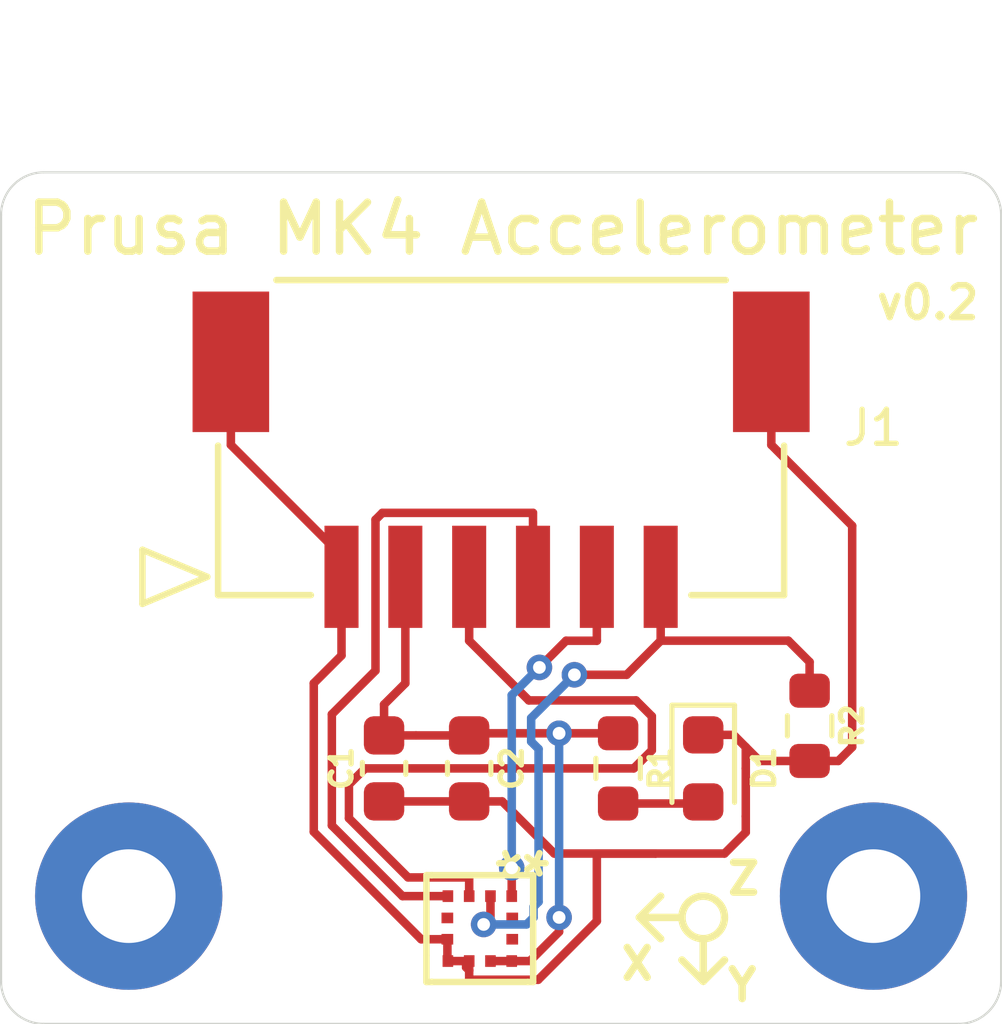
<source format=kicad_pcb>
(kicad_pcb (version 20240108) (generator "pcbnew") (generator_version "8.0")
  (layers (0 "F.Cu" signal) (31 "B.Cu" signal) (34 "B.Paste" user) (35 "F.Paste" user) (36 "B.SilkS" user "B.Silkscreen") (37 "F.SilkS" user "F.Silkscreen") (38 "B.Mask" user) (39 "F.Mask" user) (44 "Edge.Cuts" user))
  (net 0 "")
  (net 4 "VCC")
  (net 5 "GND")
  (net 6 "Net-(D1-A)")
  (net 7 "/SDO")
  (net 8 "/SCL")
  (net 9 "/SDA")
  (net 10 "/CS")
  (footprint "STMicroelectronics:LGA-12_STM" (layer "F.Cu") (at 135.75 103.2625 -90)
    (property "Reference" "U1" (hide yes))
    (property "Value" "LIS2DH12TR" (hide yes))
    (fp_line (start -1.254311 1.254551) (end -1.254311 1.129551) (stroke (width 0.1524)) (layer "F.SilkS"))
    (fp_line (start -0.629311 1.254551) (end -1.254311 1.254551) (stroke (width 0.1524)) (layer "F.SilkS"))
    (fp_line (start 0.628689 1.254551) (end -0.629311 1.254551) (stroke (width 0.1524)) (layer "F.SilkS"))
    (fp_line (start 1.253689 1.254551) (end 0.628689 1.254551) (stroke (width 0.1524)) (layer "F.SilkS"))
    (fp_line (start -1.254311 1.129551) (end -1.254311 -1.128449) (stroke (width 0.1524)) (layer "F.SilkS"))
    (fp_line (start 1.253689 1.129551) (end 1.253689 1.254551) (stroke (width 0.1524)) (layer "F.SilkS"))
    (fp_line (start 1.253689 1.129551) (end 1.253689 1.129551) (stroke (width 0.1524)) (layer "F.SilkS"))
    (fp_line (start -1.254311 -1.128449) (end -1.254311 -1.253449) (stroke (width 0.1524)) (layer "F.SilkS"))
    (fp_line (start 1.253689 -1.128449) (end 1.253689 1.129551) (stroke (width 0.1524)) (layer "F.SilkS"))
    (fp_line (start -1.254311 -1.253449) (end -0.629311 -1.253449) (stroke (width 0.1524)) (layer "F.SilkS"))
    (fp_line (start -0.629311 -1.253449) (end 0.628689 -1.253449) (stroke (width 0.1524)) (layer "F.SilkS"))
    (fp_line (start 0.628689 -1.253449) (end 1.253689 -1.253449) (stroke (width 0.1524)) (layer "F.SilkS"))
    (fp_line (start 1.253689 -1.253449) (end 1.253689 -1.128449) (stroke (width 0.1524)) (layer "F.SilkS"))
    (fp_text user "*" (at -1.535 -1 -90) (layer "F.SilkS"))
    (fp_text user "*" (at -1.535 -1 90) (layer "F.SilkS"))
    (pad "1" smd rect (at -0.7625 -0.750001) (size 0.25 0.275) (layers "F.Cu" "F.Paste" "F.Mask") (net 8 "/SCL"))
    (pad "2" smd rect (at -0.7625 -0.25) (size 0.25 0.275) (layers "F.Cu" "F.Paste" "F.Mask") (net 10 "/CS"))
    (pad "3" smd rect (at -0.7625 0.25) (size 0.25 0.275) (layers "F.Cu" "F.Paste" "F.Mask") (net 7 "/SDO"))
    (pad "4" smd rect (at -0.7625 0.750001) (size 0.25 0.275) (layers "F.Cu" "F.Paste" "F.Mask") (net 9 "/SDA"))
    (pad "5" smd rect (at -0.25 0.7625 270) (size 0.25 0.275) (layers "F.Cu" "F.Paste" "F.Mask"))
    (pad "6" smd rect (at 0.25 0.7625 270) (size 0.25 0.275) (layers "F.Cu" "F.Paste" "F.Mask") (net 5 "GND"))
    (pad "7" smd rect (at 0.7625 0.750001) (size 0.25 0.275) (layers "F.Cu" "F.Paste" "F.Mask") (net 5 "GND"))
    (pad "8" smd rect (at 0.7625 0.25) (size 0.25 0.275) (layers "F.Cu" "F.Paste" "F.Mask") (net 5 "GND"))
    (pad "9" smd rect (at 0.7625 -0.25) (size 0.25 0.275) (layers "F.Cu" "F.Paste" "F.Mask") (net 4 "VCC"))
    (pad "10" smd rect (at 0.7625 -0.750001) (size 0.25 0.275) (layers "F.Cu" "F.Paste" "F.Mask") (net 4 "VCC"))
    (pad "11" smd rect (at 0.25 -0.7625 270) (size 0.25 0.275) (layers "F.Cu" "F.Paste" "F.Mask"))
    (pad "12" smd rect (at -0.25 -0.7625 270) (size 0.25 0.275) (layers "F.Cu" "F.Paste" "F.Mask"))
  )
  (footprint "Molex_5025840670:CON_5025840670_MOL" (layer "F.Cu") (at 132.5 95)
    (property "Reference" "J1" (at 12.5 -3.5 0) (layer "F.SilkS") (effects (font (size 0.8 0.8) (thickness 0.125))))
    (property "Value" "5025840670" (hide yes))
    (fp_line (start -4.677987 -0.635) (end -4.677987 0.635) (stroke (width 0.1524)) (layer "F.SilkS"))
    (fp_line (start -4.677987 0.635) (end -3.153987 0) (stroke (width 0.1524)) (layer "F.SilkS"))
    (fp_line (start -3.153987 0) (end -4.677987 -0.635) (stroke (width 0.1524)) (layer "F.SilkS"))
    (fp_line (start -2.899987 -3.079962) (end -2.899987 0.43) (stroke (width 0.1524)) (layer "F.SilkS"))
    (fp_line (start -2.899987 0.43) (end -0.72004 0.43) (stroke (width 0.1524)) (layer "F.SilkS"))
    (fp_line (start 8.22004 0.43) (end 10.399987 0.43) (stroke (width 0.1524)) (layer "F.SilkS"))
    (fp_line (start 9.028162 -6.970001) (end -1.528161 -6.970001) (stroke (width 0.1524)) (layer "F.SilkS"))
    (fp_line (start 10.399987 0.43) (end 10.399987 -3.079962) (stroke (width 0.1524)) (layer "F.SilkS"))
    (pad "1" smd rect (at 0 0) (size 0.8 2.4) (layers "F.Cu" "F.Paste" "F.Mask") (net 5 "GND"))
    (pad "2" smd rect (at 1.5 0) (size 0.8 2.4) (layers "F.Cu" "F.Paste" "F.Mask") (net 4 "VCC"))
    (pad "3" smd rect (at 2.999999 0) (size 0.8 2.4) (layers "F.Cu" "F.Paste" "F.Mask") (net 7 "/SDO"))
    (pad "4" smd rect (at 4.500001 0) (size 0.8 2.4) (layers "F.Cu" "F.Paste" "F.Mask") (net 9 "/SDA"))
    (pad "5" smd rect (at 6.000001 0) (size 0.8 2.4) (layers "F.Cu" "F.Paste" "F.Mask") (net 8 "/SCL"))
    (pad "6" smd rect (at 7.5 0) (size 0.8 2.4) (layers "F.Cu" "F.Paste" "F.Mask") (net 10 "/CS"))
    (pad "7" smd rect (at -2.599995 -5.050003) (size 1.8 3.300001) (layers "F.Cu" "F.Paste" "F.Mask") (net 5 "GND"))
    (pad "8" smd rect (at 10.099995 -5.050003) (size 1.8 3.300001) (layers "F.Cu" "F.Paste" "F.Mask") (net 5 "GND"))
  )
  (footprint "Capacitor_SMD:C_0603_1608Metric" (layer "F.Cu") (at 133.5 99.5 90)
    (property "Reference" "C1" (at 0 -1 -90) (layer "F.SilkS") (effects (font (size 0.5 0.5) (thickness 0.125))))
    (property "Value" "100nF" (hide yes))
    (fp_line (start -0.14058 -0.51) (end 0.14058 -0.51) (stroke (width 0.12)) (layer "F.SilkS"))
    (fp_line (start -0.14058 0.51) (end 0.14058 0.51) (stroke (width 0.12)) (layer "F.SilkS"))
    (pad "1" smd roundrect (at -0.775 0 90) (size 0.9 0.95) (layers "F.Cu" "F.Paste" "F.Mask") (net 5 "GND"))
    (pad "2" smd roundrect (at 0.775 0 90) (size 0.9 0.95) (layers "F.Cu" "F.Paste" "F.Mask") (net 4 "VCC"))
  )
  (footprint "Resistor_SMD:R_0603_1608Metric" (layer "F.Cu") (at 139 99.5 -90)
    (property "Reference" "R1" (at 0 -1 90) (layer "F.SilkS") (effects (font (size 0.5 0.5) (thickness 0.125))))
    (property "Value" "120" (hide yes))
    (fp_line (start -0.237258 0.5225) (end 0.237258 0.5225) (stroke (width 0.12)) (layer "F.SilkS"))
    (fp_line (start -0.237258 -0.5225) (end 0.237258 -0.5225) (stroke (width 0.12)) (layer "F.SilkS"))
    (pad "1" smd roundrect (at -0.825 0 270) (size 0.8 0.95) (layers "F.Cu" "F.Paste" "F.Mask") (net 4 "VCC"))
    (pad "2" smd roundrect (at 0.825 0 270) (size 0.8 0.95) (layers "F.Cu" "F.Paste" "F.Mask") (net 6 "Net-(D1-A)"))
  )
  (footprint "LED_SMD:LED_0603_1608Metric" (layer "F.Cu") (at 141 99.5 -90)
    (property "Reference" "D1" (at 0 -1.43 90) (layer "F.SilkS") (effects (font (size 0.5 0.5) (thickness 0.125))))
    (property "Value" "GREEN" (hide yes))
    (fp_line (start -1.485 0.735) (end 0.8 0.735) (stroke (width 0.12)) (layer "F.SilkS"))
    (fp_line (start -1.485 -0.735) (end -1.485 0.735) (stroke (width 0.12)) (layer "F.SilkS"))
    (fp_line (start 0.8 -0.735) (end -1.485 -0.735) (stroke (width 0.12)) (layer "F.SilkS"))
    (pad "1" smd roundrect (at -0.7875 0 270) (size 0.875 0.95) (layers "F.Cu" "F.Paste" "F.Mask") (net 5 "GND"))
    (pad "2" smd roundrect (at 0.7875 0 270) (size 0.875 0.95) (layers "F.Cu" "F.Paste" "F.Mask") (net 6 "Net-(D1-A)"))
  )
  (footprint "Capacitor_SMD:C_0603_1608Metric" (layer "F.Cu") (at 135.5 99.5 -90)
    (property "Reference" "C2" (at 0 -1 90) (layer "F.SilkS") (effects (font (size 0.5 0.5) (thickness 0.125))))
    (property "Value" "10uF" (hide yes))
    (fp_line (start -0.14058 0.51) (end 0.14058 0.51) (stroke (width 0.12)) (layer "F.SilkS"))
    (fp_line (start -0.14058 -0.51) (end 0.14058 -0.51) (stroke (width 0.12)) (layer "F.SilkS"))
    (pad "1" smd roundrect (at -0.775 0 270) (size 0.9 0.95) (layers "F.Cu" "F.Paste" "F.Mask") (net 4 "VCC"))
    (pad "2" smd roundrect (at 0.775 0 270) (size 0.9 0.95) (layers "F.Cu" "F.Paste" "F.Mask") (net 5 "GND"))
  )
  (footprint "MountingHole:MountingHole_2.2mm_M2_Pad" (layer "F.Cu") (at 127.5 102.5)
    (property "Reference" "H1" (hide yes))
    (property "Value" "MountingHole_Pad" (hide yes))
    (pad "1" thru_hole circle (at 0 0) (size 4.4 4.4) (drill 2.2) (layers "*.Cu" "*.Mask"))
  )
  (footprint "MountingHole:MountingHole_2.2mm_M2_Pad" (layer "F.Cu") (at 145 102.5)
    (property "Reference" "H2" (hide yes))
    (property "Value" "MountingHole_Pad" (hide yes))
    (pad "1" thru_hole circle (at 0 0) (size 4.4 4.4) (drill 2.2) (layers "*.Cu" "*.Mask"))
  )
  (footprint "Resistor_SMD:R_0603_1608Metric" (layer "F.Cu") (at 143.5 98.5 90)
    (property "Reference" "R2" (at 0 1 -90) (layer "F.SilkS") (effects (font (size 0.5 0.5) (thickness 0.125))))
    (property "Value" "2K2" (hide yes))
    (fp_line (start -0.237258 -0.5225) (end 0.237258 -0.5225) (stroke (width 0.12)) (layer "F.SilkS"))
    (fp_line (start -0.237258 0.5225) (end 0.237258 0.5225) (stroke (width 0.12)) (layer "F.SilkS"))
    (pad "1" smd roundrect (at -0.825 0 90) (size 0.8 0.95) (layers "F.Cu" "F.Paste" "F.Mask") (net 5 "GND"))
    (pad "2" smd roundrect (at 0.825 0 90) (size 0.8 0.95) (layers "F.Cu" "F.Paste" "F.Mask") (net 10 "/CS"))
  )
  (gr_line (start 140 102.5) (end 139.5 103) (stroke (width 0.175)) (layer "F.SilkS"))
  (gr_line (start 140.5 104) (end 141 104.5) (stroke (width 0.175)) (layer "F.SilkS"))
  (gr_line (start 141 103.5) (end 141 104.5) (stroke (width 0.175)) (layer "F.SilkS"))
  (gr_line (start 139.5 103) (end 140 103.5) (stroke (width 0.175)) (layer "F.SilkS"))
  (gr_line (start 141 104.5) (end 141.5 104) (stroke (width 0.175)) (layer "F.SilkS"))
  (gr_circle (center 141 103) (end 141.5 103) (stroke (width 0.175)) (fill none) (layer "F.SilkS"))
  (gr_line (start 140.5 103) (end 139.5 103) (stroke (width 0.175)) (layer "F.SilkS"))
  (gr_arc (start 124.5 86.5) (mid 124.792893 85.792893) (end 125.5 85.5) (stroke (width 0.05)) (layer "Edge.Cuts"))
  (gr_line (start 125.5 105.5) (end 147 105.5) (stroke (width 0.05)) (layer "Edge.Cuts"))
  (gr_arc (start 147 85.5) (mid 147.707107 85.792893) (end 148 86.5) (stroke (width 0.05)) (layer "Edge.Cuts"))
  (gr_arc (start 148 104.5) (mid 147.707107 105.207107) (end 147 105.5) (stroke (width 0.05)) (layer "Edge.Cuts"))
  (gr_line (start 148 86.5) (end 148 104.5) (stroke (width 0.05)) (layer "Edge.Cuts"))
  (gr_arc (start 125.5 105.5) (mid 124.792893 105.207107) (end 124.5 104.5) (stroke (width 0.05)) (layer "Edge.Cuts"))
  (gr_line (start 124.5 86.5) (end 124.5 104.5) (stroke (width 0.05)) (layer "Edge.Cuts"))
  (gr_line (start 125.5 85.5) (end 147 85.5) (stroke (width 0.05)) (layer "Edge.Cuts"))
  (gr_text "Prusa MK4 Accelerometer" (at 125 87.5 0) (layer "F.SilkS") (effects (font (size 1.15 1.15) (thickness 0.175) (bold yes)) (justify left bottom)))
  (gr_text "Y" (at 141.5 105 0) (layer "F.SilkS") (effects (font (size 0.7 0.7) (thickness 0.175) (bold yes)) (justify left bottom)))
  (gr_text "v0.2" (at 145 89 0) (layer "F.SilkS") (effects (font (size 0.75 0.75)) (justify left bottom)))
  (gr_text "X" (at 139 104.5 0) (layer "F.SilkS") (effects (font (size 0.7 0.7) (thickness 0.175) (bold yes)) (justify left bottom)))
  (gr_text "Z" (at 141.5 102.5 0) (layer "F.SilkS") (effects (font (size 0.7 0.7) (thickness 0.175) (bold yes)) (justify left bottom)))
  (segment (start 137.613 103) (end 137.613 103.338) (width 0.2) (layer "F.Cu") (net 4))
  (segment (start 134.25 98.725) (end 133.5 98.725) (width 0.2) (layer "F.Cu") (net 4))
  (segment (start 139 98.675) (end 137.613 98.675) (width 0.2) (layer "F.Cu") (net 4))
  (segment (start 136.927 104.025) (end 136.5 104.025) (width 0.2) (layer "F.Cu") (net 4))
  (segment (start 137.613 98.675) (end 135.55 98.675) (width 0.2) (layer "F.Cu") (net 4))
  (segment (start 134 95) (end 134 97.5) (width 0.2) (layer "F.Cu") (net 4))
  (segment (start 135.55 98.675) (end 135.5 98.725) (width 0.2) (layer "F.Cu") (net 4))
  (segment (start 133.5 98) (end 133.5 98.725) (width 0.2) (layer "F.Cu") (net 4))
  (segment (start 137.613 103.338) (end 136.927 104.025) (width 0.2) (layer "F.Cu") (net 4))
  (segment (start 139 98.5) (end 139 98.675) (width 0.2) (layer "F.Cu") (net 4))
  (segment (start 134 97.5) (end 133.5 98) (width 0.2) (layer "F.Cu") (net 4))
  (segment (start 136.5 104.025) (end 136 104.025) (width 0.2) (layer "F.Cu") (net 4))
  (segment (start 135.5 98.725) (end 134.25 98.725) (width 0.2) (layer "F.Cu") (net 4))
  (via (at 137.613 103) (size 0.6) (drill 0.3) (layers "F.Cu" "B.Cu") (net 4))
  (via (at 137.613 98.675) (size 0.6) (drill 0.3) (layers "F.Cu" "B.Cu") (net 4))
  (segment (start 137.613 103) (end 137.613 98.675) (width 0.2) (layer "B.Cu") (net 4))
  (segment (start 135.5 104.245) (end 135.5 104.464) (width 0.2) (layer "F.Cu") (net 5))
  (segment (start 144.5 99) (end 144.5 93.8017) (width 0.2) (layer "F.Cu") (net 5))
  (segment (start 132.45 95.05) (end 132.5 95) (width 0.2) (layer "F.Cu") (net 5))
  (segment (start 135.427 104.171) (end 135.5 104.245) (width 0.2) (layer "F.Cu") (net 5))
  (segment (start 144.5 93.8017) (end 142.6 91.9017) (width 0.2) (layer "F.Cu") (net 5))
  (segment (start 144.175 99.325) (end 144.5 99) (width 0.2) (layer "F.Cu") (net 5))
  (segment (start 132.45 94.4517) (end 129.9 91.9017) (width 0.2) (layer "F.Cu") (net 5))
  (segment (start 142.6 91.9017) (end 142.6 89.95) (width 0.2) (layer "F.Cu") (net 5))
  (segment (start 134.3708 103.5125) (end 134.9875 103.5125) (width 0.2) (layer "F.Cu") (net 5))
  (segment (start 135.427 104.025) (end 135.427 104.171) (width 0.2) (layer "F.Cu") (net 5))
  (segment (start 129.9 89.95) (end 129.9 91.9017) (width 0.2) (layer "F.Cu") (net 5))
  (segment (start 135.5 100.275) (end 136.275 100.275) (width 0.2) (layer "F.Cu") (net 5))
  (segment (start 138.5 103.086) (end 138.5 101.5) (width 0.2) (layer "F.Cu") (net 5))
  (segment (start 138.5 101.5) (end 139.88 101.5) (width 0.2) (layer "F.Cu") (net 5))
  (segment (start 131.8483 97.5) (end 132.5 96.8483) (width 0.2) (layer "F.Cu") (net 5))
  (segment (start 131.8483 100.99) (end 134.3708 103.5125) (width 0.2) (layer "F.Cu") (net 5))
  (segment (start 135.5 104.464) (end 137.122 104.464) (width 0.2) (layer "F.Cu") (net 5))
  (segment (start 142.325 99.325) (end 142 99) (width 0.2) (layer "F.Cu") (net 5))
  (segment (start 139.88 101.5) (end 141.5 101.5) (width 0.2) (layer "F.Cu") (net 5))
  (segment (start 136.275 100.275) (end 137.5 101.5) (width 0.2) (layer "F.Cu") (net 5))
  (segment (start 141.713 98.7125) (end 141 98.7125) (width 0.2) (layer "F.Cu") (net 5))
  (segment (start 141.5 101.5) (end 142 101) (width 0.2) (layer "F.Cu") (net 5))
  (segment (start 135 104.025) (end 135.427 104.025) (width 0.2) (layer "F.Cu") (net 5))
  (segment (start 137.122 104.464) (end 138.5 103.086) (width 0.2) (layer "F.Cu") (net 5))
  (segment (start 135 103.952) (end 134.988 103.939) (width 0.2) (layer "F.Cu") (net 5))
  (segment (start 132.45 95.05) (end 132.45 94.4517) (width 0.2) (layer "F.Cu") (net 5))
  (segment (start 134.988 103.939) (end 134.988 103.5125) (width 0.2) (layer "F.Cu") (net 5))
  (segment (start 134.988 103.5125) (end 134.988 103.512) (width 0.2) (layer "F.Cu") (net 5))
  (segment (start 137.5 101.5) (end 139.88 101.5) (width 0.2) (layer "F.Cu") (net 5))
  (segment (start 142 100.6252) (end 142 99.5) (width 0.2) (layer "F.Cu") (net 5))
  (segment (start 143.5 99.325) (end 142.325 99.325) (width 0.2) (layer "F.Cu") (net 5))
  (segment (start 135 104.025) (end 135 103.952) (width 0.2) (layer "F.Cu") (net 5))
  (segment (start 142 99.5) (end 142 99) (width 0.2) (layer "F.Cu") (net 5))
  (segment (start 142 101) (end 142 100.6252) (width 0.2) (layer "F.Cu") (net 5))
  (segment (start 142 99) (end 141.713 98.7125) (width 0.2) (layer "F.Cu") (net 5))
  (segment (start 133.5 100.275) (end 135.5 100.275) (width 0.2) (layer "F.Cu") (net 5))
  (segment (start 132.5 96.8483) (end 132.5 95) (width 0.2) (layer "F.Cu") (net 5))
  (segment (start 131.8483 97.5) (end 131.8483 100.99) (width 0.2) (layer "F.Cu") (net 5))
  (segment (start 132.4 95.1) (end 132.45 95.05) (width 0.2) (layer "F.Cu") (net 5))
  (segment (start 135.5 104.025) (end 135.5 104.245) (width 0.2) (layer "F.Cu") (net 5))
  (segment (start 134.9875 103.5125) (end 134.988 103.5125) (width 0.2) (layer "F.Cu") (net 5))
  (segment (start 143.5 99.325) (end 144.175 99.325) (width 0.2) (layer "F.Cu") (net 5))
  (segment (start 140.962 100.325) (end 140.9715 100.3155) (width 0.2) (layer "F.Cu") (net 6))
  (segment (start 140.9715 100.3155) (end 140.981 100.306) (width 0.2) (layer "F.Cu") (net 6))
  (segment (start 140.972 100.3155) (end 141 100.2875) (width 0.2) (layer "F.Cu") (net 6))
  (segment (start 140.9715 100.3155) (end 140.972 100.3155) (width 0.2) (layer "F.Cu") (net 6))
  (segment (start 139 100.325) (end 140.962 100.325) (width 0.2) (layer "F.Cu") (net 6))
  (segment (start 132.675 99.8789) (end 133.0539 99.5) (width 0.2) (layer "F.Cu") (net 7))
  (segment (start 139.793 99.0753) (end 139.793 98.2764) (width 0.2) (layer "F.Cu") (net 7))
  (segment (start 136.9011 97.9028) (end 135.5 96.5017) (width 0.2) (layer "F.Cu") (net 7))
  (segment (start 139.3683 99.5) (end 139.793 99.0753) (width 0.2) (layer "F.Cu") (net 7))
  (segment (start 135.5 102.5) (end 135.5 102.0608) (width 0.2) (layer "F.Cu") (net 7))
  (segment (start 139.4194 97.9028) (end 136.9011 97.9028) (width 0.2) (layer "F.Cu") (net 7))
  (segment (start 134.0638 102.0608) (end 132.675 100.672) (width 0.2) (layer "F.Cu") (net 7))
  (segment (start 133.0539 99.5) (end 139.3683 99.5) (width 0.2) (layer "F.Cu") (net 7))
  (segment (start 135.5 95) (end 135.5 96.5017) (width 0.2) (layer "F.Cu") (net 7))
  (segment (start 132.675 100.672) (end 132.675 99.8789) (width 0.2) (layer "F.Cu") (net 7))
  (segment (start 139.793 98.2764) (end 139.4194 97.9028) (width 0.2) (layer "F.Cu") (net 7))
  (segment (start 135.5 102.0608) (end 134.0638 102.0608) (width 0.2) (layer "F.Cu") (net 7))
  (segment (start 138.5 95) (end 138.5 96.5017) (width 0.2) (layer "F.Cu") (net 8))
  (segment (start 136.5 101.835) (end 136.5 102.5) (width 0.2) (layer "F.Cu") (net 8))
  (segment (start 138.5 96.5017) (end 137.777 96.5017) (width 0.2) (layer "F.Cu") (net 8))
  (segment (start 137.777 96.5017) (end 137.1504 97.1283) (width 0.2) (layer "F.Cu") (net 8))
  (via (at 137.1504 97.1283) (size 0.6) (drill 0.3) (layers "F.Cu" "B.Cu") (net 8))
  (via (at 136.5 101.835) (size 0.6) (drill 0.3) (layers "F.Cu" "B.Cu") (net 8))
  (segment (start 136.5 97.7787) (end 137.1504 97.1283) (width 0.2) (layer "B.Cu") (net 8))
  (segment (start 136.5 101.835) (end 136.5 97.7787) (width 0.2) (layer "B.Cu") (net 8))
  (segment (start 135 102.5) (end 133.9329 102.5) (width 0.2) (layer "F.Cu") (net 9))
  (segment (start 132.2733 100.8404) (end 132.2733 98.2288) (width 0.2) (layer "F.Cu") (net 9))
  (segment (start 133.9329 102.5) (end 132.2733 100.8404) (width 0.2) (layer "F.Cu") (net 9))
  (segment (start 133.4599 93.4983) (end 137 93.4983) (width 0.2) (layer "F.Cu") (net 9))
  (segment (start 133.2983 97.2038) (end 133.2983 93.6599) (width 0.2) (layer "F.Cu") (net 9))
  (segment (start 137 95) (end 137 93.4983) (width 0.2) (layer "F.Cu") (net 9))
  (segment (start 133.2983 93.6599) (end 133.4599 93.4983) (width 0.2) (layer "F.Cu") (net 9))
  (segment (start 132.2733 98.2288) (end 133.2983 97.2038) (width 0.2) (layer "F.Cu") (net 9))
  (segment (start 140 96.5017) (end 139.2006 97.3011) (width 0.2) (layer "F.Cu") (net 10))
  (segment (start 136 102.9392) (end 136 103.0056) (width 0.2) (layer "F.Cu") (net 10))
  (segment (start 143.5 97) (end 143.5 97.675) (width 0.2) (layer "F.Cu") (net 10))
  (segment (start 140 96.5017) (end 140.0017 96.5) (width 0.2) (layer "F.Cu") (net 10))
  (segment (start 136 103.0056) (end 135.8404 103.1652) (width 0.2) (layer "F.Cu") (net 10))
  (segment (start 143 96.5) (end 143.5 97) (width 0.2) (layer "F.Cu") (net 10))
  (segment (start 140 95) (end 140 96.5017) (width 0.2) (layer "F.Cu") (net 10))
  (segment (start 139.2006 97.3011) (end 137.973 97.3011) (width 0.2) (layer "F.Cu") (net 10))
  (segment (start 140.0017 96.5) (end 143 96.5) (width 0.2) (layer "F.Cu") (net 10))
  (segment (start 136 102.5) (end 136 102.9392) (width 0.2) (layer "F.Cu") (net 10))
  (via (at 135.8404 103.1652) (size 0.6) (drill 0.3) (layers "F.Cu" "B.Cu") (net 10))
  (via (at 137.973 97.3011) (size 0.6) (drill 0.3) (layers "F.Cu" "B.Cu") (net 10))
  (segment (start 137.1312 99.0441) (end 137.1312 102.633271) (width 0.2) (layer "B.Cu") (net 10))
  (segment (start 137.013 103) (end 136.8478 103.1652) (width 0.2) (layer "B.Cu") (net 10))
  (segment (start 137.973 97.3011) (end 136.9565 98.3176) (width 0.2) (layer "B.Cu") (net 10))
  (segment (start 136.9565 98.8694) (end 137.1312 99.0441) (width 0.2) (layer "B.Cu") (net 10))
  (segment (start 136.8478 103.1652) (end 135.8404 103.1652) (width 0.2) (layer "B.Cu") (net 10))
  (segment (start 136.9565 98.3176) (end 136.9565 98.8694) (width 0.2) (layer "B.Cu") (net 10))
  (segment (start 137.013 102.751471) (end 137.013 103) (width 0.2) (layer "B.Cu") (net 10))
  (segment (start 137.1312 102.633271) (end 137.013 102.751471) (width 0.2) (layer "B.Cu") (net 10))
)
</source>
